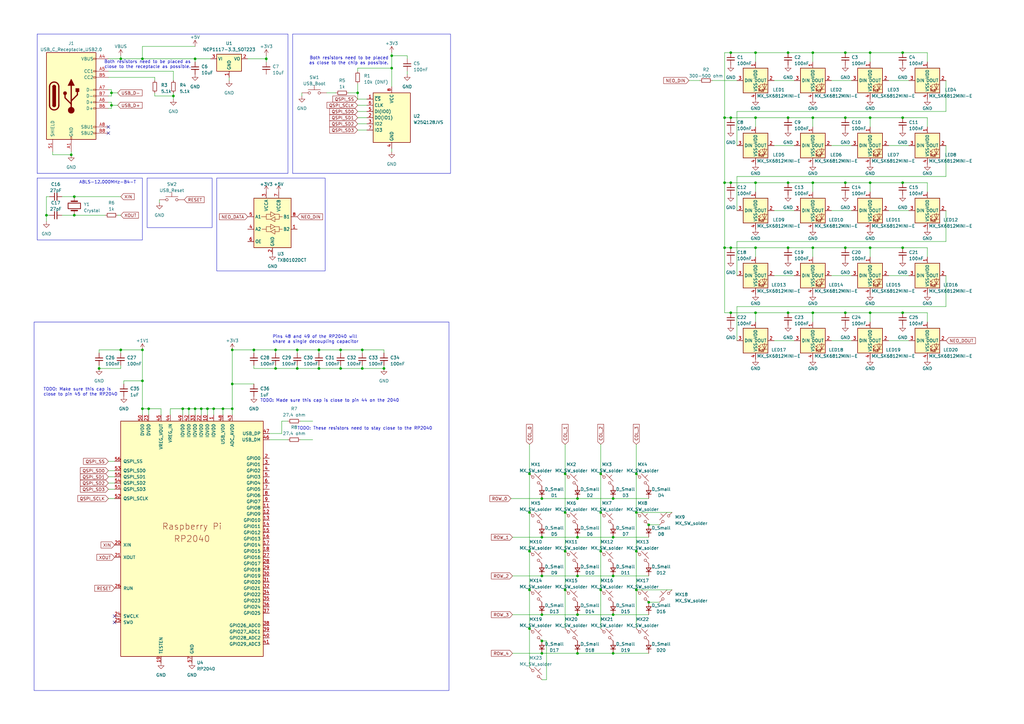
<source format=kicad_sch>
(kicad_sch (version 20230121) (generator eeschema)
  (paper "A3")
  (junction (at 251.46 267.97))
  (junction (at 217.17 194.31))
  (junction (at 370.205 101.6))
  (junction (at 217.17 226.06))
  (junction (at 58.42 156.21))
  (junction (at 309.88 21.59))
  (junction (at 297.18 48.26))
  (junction (at 74.93 167.64))
  (junction (at 49.53 143.51))
  (junction (at 299.72 48.26))
  (junction (at 217.17 241.935))
  (junction (at 45.72 43.18))
  (junction (at 113.03 151.13))
  (junction (at 160.655 27.94))
  (junction (at 236.855 220.345))
  (junction (at 71.12 39.37))
  (junction (at 104.14 143.51))
  (junction (at 260.985 241.935))
  (junction (at 309.88 101.6))
  (junction (at 323.215 128.27))
  (junction (at 236.855 236.22))
  (junction (at 370.205 48.26))
  (junction (at 95.25 143.51))
  (junction (at 231.775 241.935))
  (junction (at 246.38 241.935))
  (junction (at 95.25 167.64))
  (junction (at 130.81 151.13))
  (junction (at 130.81 143.51))
  (junction (at 370.205 21.59))
  (junction (at 146.685 38.1))
  (junction (at 251.46 236.22))
  (junction (at 148.59 151.13))
  (junction (at 370.205 74.93))
  (junction (at 333.375 128.27))
  (junction (at 30.48 88.265))
  (junction (at 231.775 226.06))
  (junction (at 370.205 128.27))
  (junction (at 251.46 204.47))
  (junction (at 323.215 74.93))
  (junction (at 82.55 167.64))
  (junction (at 222.25 252.095))
  (junction (at 222.25 267.97))
  (junction (at 299.72 101.6))
  (junction (at 333.375 74.93))
  (junction (at 113.03 143.51))
  (junction (at 222.25 236.22))
  (junction (at 346.71 101.6))
  (junction (at 80.01 167.64))
  (junction (at 309.88 74.93))
  (junction (at 49.53 24.13))
  (junction (at 323.215 48.26))
  (junction (at 309.88 128.27))
  (junction (at 356.87 101.6))
  (junction (at 346.71 21.59))
  (junction (at 95.25 157.48))
  (junction (at 222.25 220.345))
  (junction (at 299.72 21.59))
  (junction (at 236.855 204.47))
  (junction (at 260.985 194.31))
  (junction (at 309.88 48.26))
  (junction (at 58.42 143.51))
  (junction (at 236.855 267.97))
  (junction (at 60.96 167.64))
  (junction (at 260.985 210.185))
  (junction (at 231.775 210.185))
  (junction (at 356.87 21.59))
  (junction (at 45.72 38.1))
  (junction (at 246.38 194.31))
  (junction (at 222.25 204.47))
  (junction (at 109.22 24.13))
  (junction (at 121.92 151.13))
  (junction (at 19.05 88.265))
  (junction (at 346.71 128.27))
  (junction (at 148.59 143.51))
  (junction (at 30.48 80.645))
  (junction (at 157.48 151.13))
  (junction (at 121.92 143.51))
  (junction (at 333.375 101.6))
  (junction (at 85.09 167.64))
  (junction (at 40.64 151.13))
  (junction (at 139.7 151.13))
  (junction (at 251.46 220.345))
  (junction (at 356.87 48.26))
  (junction (at 333.375 21.59))
  (junction (at 58.42 167.64))
  (junction (at 160.655 22.86))
  (junction (at 29.21 63.5))
  (junction (at 266.065 247.015))
  (junction (at 297.18 101.6))
  (junction (at 346.71 48.26))
  (junction (at 356.87 74.93))
  (junction (at 260.985 226.06))
  (junction (at 80.01 24.13))
  (junction (at 299.72 128.27))
  (junction (at 299.72 74.93))
  (junction (at 217.17 257.81))
  (junction (at 77.47 167.64))
  (junction (at 323.215 21.59))
  (junction (at 236.855 252.095))
  (junction (at 231.775 194.31))
  (junction (at 246.38 226.06))
  (junction (at 346.71 74.93))
  (junction (at 87.63 167.64))
  (junction (at 323.215 101.6))
  (junction (at 251.46 252.095))
  (junction (at 222.25 262.89))
  (junction (at 217.17 210.185))
  (junction (at 58.42 24.13))
  (junction (at 246.38 210.185))
  (junction (at 356.87 128.27))
  (junction (at 91.44 167.64))
  (junction (at 297.18 74.93))
  (junction (at 266.065 215.265))
  (junction (at 139.7 143.51))
  (junction (at 333.375 48.26))
  (no_connect (at 46.99 255.27))
  (no_connect (at 44.45 52.07))
  (no_connect (at 44.45 54.61))
  (no_connect (at 46.99 252.73))
  (wire (pts (xy 309.88 74.93) (xy 309.88 78.74)))
  (wire (pts (xy 44.45 29.21) (xy 71.12 29.21)))
  (wire (pts (xy 44.45 41.91) (xy 45.72 41.91)))
  (wire (pts (xy 48.26 88.265) (xy 49.53 88.265)))
  (wire (pts (xy 364.49 86.36) (xy 372.745 86.36)))
  (wire (pts (xy 251.46 236.22) (xy 266.065 236.22)))
  (wire (pts (xy 66.04 170.18) (xy 66.04 167.64)))
  (wire (pts (xy 333.375 74.93) (xy 346.71 74.93)))
  (wire (pts (xy 380.365 101.6) (xy 380.365 105.41)))
  (wire (pts (xy 317.5 59.69) (xy 325.755 59.69)))
  (wire (pts (xy 19.05 88.265) (xy 19.05 90.805)))
  (wire (pts (xy 323.215 48.26) (xy 333.375 48.26)))
  (wire (pts (xy 323.215 74.93) (xy 333.375 74.93)))
  (wire (pts (xy 91.44 167.64) (xy 95.25 167.64)))
  (wire (pts (xy 297.18 128.27) (xy 299.72 128.27)))
  (wire (pts (xy 380.365 21.59) (xy 380.365 25.4)))
  (wire (pts (xy 260.985 241.935) (xy 275.59 241.935)))
  (wire (pts (xy 387.985 113.03) (xy 387.985 125.73)))
  (wire (pts (xy 260.985 194.31) (xy 260.985 210.185)))
  (wire (pts (xy 251.46 204.47) (xy 266.065 204.47)))
  (wire (pts (xy 44.45 193.04) (xy 46.99 193.04)))
  (wire (pts (xy 356.87 128.27) (xy 356.87 132.08)))
  (wire (pts (xy 49.53 143.51) (xy 58.42 143.51)))
  (wire (pts (xy 217.17 257.81) (xy 217.17 273.685)))
  (wire (pts (xy 299.72 21.59) (xy 309.88 21.59)))
  (wire (pts (xy 60.96 167.64) (xy 60.96 170.18)))
  (wire (pts (xy 77.47 167.64) (xy 80.01 167.64)))
  (wire (pts (xy 387.985 99.06) (xy 302.26 99.06)))
  (wire (pts (xy 45.72 43.18) (xy 45.72 44.45)))
  (wire (pts (xy 356.87 74.93) (xy 356.87 78.74)))
  (wire (pts (xy 346.71 21.59) (xy 356.87 21.59)))
  (wire (pts (xy 297.18 48.26) (xy 297.18 21.59)))
  (wire (pts (xy 95.25 143.51) (xy 95.25 157.48)))
  (wire (pts (xy 317.5 139.7) (xy 325.755 139.7)))
  (wire (pts (xy 65.405 81.915) (xy 65.405 83.185)))
  (wire (pts (xy 93.98 31.75) (xy 93.98 33.02)))
  (wire (pts (xy 58.42 24.13) (xy 80.01 24.13)))
  (wire (pts (xy 299.72 101.6) (xy 309.88 101.6)))
  (wire (pts (xy 104.14 149.86) (xy 104.14 151.13)))
  (wire (pts (xy 236.855 236.22) (xy 251.46 236.22)))
  (wire (pts (xy 236.855 252.095) (xy 251.46 252.095)))
  (wire (pts (xy 130.81 143.51) (xy 139.7 143.51)))
  (wire (pts (xy 49.53 22.86) (xy 49.53 24.13)))
  (wire (pts (xy 58.42 19.05) (xy 80.01 19.05)))
  (wire (pts (xy 146.685 53.34) (xy 150.495 53.34)))
  (wire (pts (xy 121.92 143.51) (xy 121.92 144.78)))
  (wire (pts (xy 251.46 252.095) (xy 266.065 252.095)))
  (wire (pts (xy 210.185 236.22) (xy 222.25 236.22)))
  (wire (pts (xy 139.7 143.51) (xy 139.7 144.78)))
  (wire (pts (xy 370.205 101.6) (xy 380.365 101.6)))
  (wire (pts (xy 356.87 48.26) (xy 356.87 52.07)))
  (wire (pts (xy 30.48 88.265) (xy 43.18 88.265)))
  (wire (pts (xy 49.53 24.13) (xy 58.42 24.13)))
  (wire (pts (xy 302.26 72.39) (xy 302.26 86.36)))
  (wire (pts (xy 44.45 31.75) (xy 63.5 31.75)))
  (wire (pts (xy 364.49 59.69) (xy 372.745 59.69)))
  (wire (pts (xy 297.18 74.93) (xy 297.18 101.6)))
  (wire (pts (xy 60.96 167.64) (xy 58.42 167.64)))
  (wire (pts (xy 387.985 33.02) (xy 387.985 45.72)))
  (wire (pts (xy 77.47 167.64) (xy 77.47 170.18)))
  (wire (pts (xy 246.38 226.06) (xy 246.38 241.935)))
  (wire (pts (xy 133.985 38.1) (xy 137.795 38.1)))
  (wire (pts (xy 58.42 167.64) (xy 58.42 170.18)))
  (wire (pts (xy 236.855 204.47) (xy 251.46 204.47)))
  (wire (pts (xy 40.64 149.86) (xy 40.64 151.13)))
  (wire (pts (xy 292.1 33.02) (xy 302.26 33.02)))
  (wire (pts (xy 333.375 21.59) (xy 346.71 21.59)))
  (wire (pts (xy 44.45 204.47) (xy 46.99 204.47)))
  (wire (pts (xy 66.04 167.64) (xy 60.96 167.64)))
  (wire (pts (xy 317.5 33.02) (xy 325.755 33.02)))
  (wire (pts (xy 80.01 24.13) (xy 80.01 25.4)))
  (wire (pts (xy 44.45 195.58) (xy 46.99 195.58)))
  (wire (pts (xy 317.5 113.03) (xy 325.755 113.03)))
  (wire (pts (xy 160.655 27.94) (xy 160.655 35.56)))
  (wire (pts (xy 224.155 278.765) (xy 224.155 262.89)))
  (wire (pts (xy 167.005 29.21) (xy 167.005 30.48)))
  (wire (pts (xy 95.25 167.64) (xy 95.25 170.18)))
  (wire (pts (xy 251.46 267.97) (xy 266.065 267.97)))
  (wire (pts (xy 297.18 48.26) (xy 297.18 74.93)))
  (wire (pts (xy 45.72 38.1) (xy 45.72 39.37)))
  (wire (pts (xy 58.42 156.21) (xy 58.42 143.51)))
  (wire (pts (xy 309.88 101.6) (xy 323.215 101.6)))
  (wire (pts (xy 333.375 48.26) (xy 333.375 52.07)))
  (wire (pts (xy 210.185 252.095) (xy 222.25 252.095)))
  (wire (pts (xy 49.53 151.13) (xy 40.64 151.13)))
  (wire (pts (xy 387.985 59.69) (xy 387.985 72.39)))
  (wire (pts (xy 20.32 80.645) (xy 19.05 80.645)))
  (wire (pts (xy 40.64 143.51) (xy 49.53 143.51)))
  (wire (pts (xy 45.72 43.18) (xy 48.26 43.18)))
  (wire (pts (xy 142.875 38.1) (xy 146.685 38.1)))
  (wire (pts (xy 246.38 210.185) (xy 246.38 226.06)))
  (wire (pts (xy 297.18 21.59) (xy 299.72 21.59)))
  (wire (pts (xy 80.01 167.64) (xy 80.01 170.18)))
  (wire (pts (xy 45.72 38.1) (xy 48.26 38.1)))
  (wire (pts (xy 123.19 180.34) (xy 128.27 180.34)))
  (wire (pts (xy 87.63 167.64) (xy 91.44 167.64)))
  (wire (pts (xy 231.775 194.31) (xy 231.775 210.185)))
  (wire (pts (xy 246.38 241.935) (xy 246.38 257.81)))
  (wire (pts (xy 297.18 74.93) (xy 299.72 74.93)))
  (wire (pts (xy 364.49 139.7) (xy 372.745 139.7)))
  (wire (pts (xy 323.215 128.27) (xy 333.375 128.27)))
  (wire (pts (xy 209.55 204.47) (xy 222.25 204.47)))
  (wire (pts (xy 146.685 48.26) (xy 150.495 48.26)))
  (wire (pts (xy 309.88 21.59) (xy 323.215 21.59)))
  (wire (pts (xy 146.685 50.8) (xy 150.495 50.8)))
  (wire (pts (xy 387.985 86.36) (xy 387.985 99.06)))
  (wire (pts (xy 44.45 198.12) (xy 46.99 198.12)))
  (wire (pts (xy 44.45 24.13) (xy 49.53 24.13)))
  (wire (pts (xy 130.81 143.51) (xy 130.81 144.78)))
  (wire (pts (xy 110.49 180.34) (xy 118.11 180.34)))
  (wire (pts (xy 109.22 24.13) (xy 109.22 25.4)))
  (wire (pts (xy 333.375 101.6) (xy 346.71 101.6)))
  (wire (pts (xy 323.215 21.59) (xy 333.375 21.59)))
  (wire (pts (xy 266.065 247.015) (xy 270.51 247.015)))
  (wire (pts (xy 167.005 22.86) (xy 160.655 22.86)))
  (wire (pts (xy 333.375 128.27) (xy 333.375 132.08)))
  (wire (pts (xy 148.59 151.13) (xy 157.48 151.13)))
  (wire (pts (xy 109.22 22.86) (xy 109.22 24.13)))
  (wire (pts (xy 299.72 128.27) (xy 309.88 128.27)))
  (wire (pts (xy 299.72 48.26) (xy 297.18 48.26)))
  (wire (pts (xy 231.775 241.935) (xy 231.775 257.81)))
  (wire (pts (xy 44.45 189.23) (xy 46.99 189.23)))
  (wire (pts (xy 139.7 151.13) (xy 148.59 151.13)))
  (wire (pts (xy 121.92 151.13) (xy 130.81 151.13)))
  (wire (pts (xy 63.5 31.75) (xy 63.5 33.02)))
  (wire (pts (xy 121.92 149.86) (xy 121.92 151.13)))
  (wire (pts (xy 69.85 167.64) (xy 74.93 167.64)))
  (wire (pts (xy 50.8 156.21) (xy 58.42 156.21)))
  (wire (pts (xy 82.55 167.64) (xy 82.55 170.18)))
  (wire (pts (xy 282.575 33.02) (xy 287.02 33.02)))
  (wire (pts (xy 19.05 80.645) (xy 19.05 88.265)))
  (wire (pts (xy 333.375 128.27) (xy 346.71 128.27)))
  (wire (pts (xy 157.48 143.51) (xy 157.48 144.78)))
  (wire (pts (xy 115.57 177.8) (xy 115.57 172.72)))
  (wire (pts (xy 146.685 38.1) (xy 146.685 40.64)))
  (wire (pts (xy 340.995 86.36) (xy 349.25 86.36)))
  (wire (pts (xy 95.25 157.48) (xy 104.14 157.48)))
  (wire (pts (xy 146.685 45.72) (xy 150.495 45.72)))
  (wire (pts (xy 222.25 267.97) (xy 236.855 267.97)))
  (wire (pts (xy 370.205 128.27) (xy 380.365 128.27)))
  (wire (pts (xy 297.18 101.6) (xy 297.18 128.27)))
  (wire (pts (xy 356.87 128.27) (xy 370.205 128.27)))
  (wire (pts (xy 217.17 241.935) (xy 217.17 257.81)))
  (wire (pts (xy 110.49 177.8) (xy 115.57 177.8)))
  (wire (pts (xy 299.72 74.93) (xy 309.88 74.93)))
  (wire (pts (xy 231.775 226.06) (xy 231.775 241.935)))
  (wire (pts (xy 246.38 182.245) (xy 246.38 194.31)))
  (wire (pts (xy 236.855 220.345) (xy 251.46 220.345)))
  (wire (pts (xy 364.49 33.02) (xy 372.745 33.02)))
  (wire (pts (xy 71.12 29.21) (xy 71.12 33.02)))
  (wire (pts (xy 49.53 149.86) (xy 49.53 151.13)))
  (wire (pts (xy 85.09 167.64) (xy 87.63 167.64)))
  (wire (pts (xy 148.59 143.51) (xy 157.48 143.51)))
  (wire (pts (xy 104.14 143.51) (xy 95.25 143.51)))
  (wire (pts (xy 340.995 113.03) (xy 349.25 113.03)))
  (wire (pts (xy 71.12 39.37) (xy 71.12 40.64)))
  (wire (pts (xy 222.25 252.095) (xy 236.855 252.095)))
  (wire (pts (xy 91.44 167.64) (xy 91.44 170.18)))
  (wire (pts (xy 333.375 74.93) (xy 333.375 78.74)))
  (wire (pts (xy 113.03 143.51) (xy 113.03 144.78)))
  (wire (pts (xy 246.38 194.31) (xy 246.38 210.185)))
  (wire (pts (xy 224.155 262.89) (xy 222.25 262.89)))
  (wire (pts (xy 210.185 220.345) (xy 222.25 220.345)))
  (wire (pts (xy 260.985 226.06) (xy 260.985 241.935)))
  (wire (pts (xy 139.7 149.86) (xy 139.7 151.13)))
  (wire (pts (xy 346.71 101.6) (xy 356.87 101.6)))
  (wire (pts (xy 74.93 167.64) (xy 74.93 170.18)))
  (wire (pts (xy 104.14 143.51) (xy 104.14 144.78)))
  (wire (pts (xy 260.985 182.245) (xy 260.985 194.31)))
  (wire (pts (xy 309.88 48.26) (xy 309.88 52.07)))
  (wire (pts (xy 356.87 21.59) (xy 356.87 25.4)))
  (wire (pts (xy 50.8 157.48) (xy 50.8 156.21)))
  (wire (pts (xy 44.45 200.66) (xy 46.99 200.66)))
  (wire (pts (xy 217.17 210.185) (xy 217.17 226.06)))
  (wire (pts (xy 309.88 21.59) (xy 309.88 25.4)))
  (wire (pts (xy 210.185 267.97) (xy 222.25 267.97)))
  (wire (pts (xy 146.685 40.64) (xy 150.495 40.64)))
  (wire (pts (xy 157.48 149.86) (xy 157.48 151.13)))
  (wire (pts (xy 25.4 80.645) (xy 30.48 80.645)))
  (wire (pts (xy 222.25 236.22) (xy 236.855 236.22)))
  (wire (pts (xy 44.45 36.83) (xy 45.72 36.83)))
  (wire (pts (xy 40.64 144.78) (xy 40.64 143.51)))
  (wire (pts (xy 139.7 143.51) (xy 148.59 143.51)))
  (wire (pts (xy 19.05 88.265) (xy 20.32 88.265)))
  (wire (pts (xy 21.59 62.23) (xy 21.59 63.5)))
  (wire (pts (xy 370.205 21.59) (xy 380.365 21.59)))
  (wire (pts (xy 113.03 151.13) (xy 121.92 151.13)))
  (wire (pts (xy 380.365 48.26) (xy 380.365 52.07)))
  (wire (pts (xy 63.5 38.1) (xy 63.5 39.37)))
  (wire (pts (xy 323.215 101.6) (xy 333.375 101.6)))
  (wire (pts (xy 45.72 36.83) (xy 45.72 38.1)))
  (wire (pts (xy 302.26 125.73) (xy 302.26 139.7)))
  (wire (pts (xy 356.87 74.93) (xy 370.205 74.93)))
  (wire (pts (xy 387.985 72.39) (xy 302.26 72.39)))
  (wire (pts (xy 236.855 267.97) (xy 251.46 267.97)))
  (wire (pts (xy 130.81 151.13) (xy 139.7 151.13)))
  (wire (pts (xy 58.42 167.64) (xy 58.42 156.21)))
  (wire (pts (xy 167.005 24.13) (xy 167.005 22.86)))
  (wire (pts (xy 266.065 215.265) (xy 270.51 215.265)))
  (wire (pts (xy 146.685 43.18) (xy 150.495 43.18)))
  (wire (pts (xy 260.985 210.185) (xy 260.985 226.06)))
  (wire (pts (xy 340.995 33.02) (xy 349.25 33.02)))
  (wire (pts (xy 148.59 143.51) (xy 148.59 144.78)))
  (wire (pts (xy 260.985 241.935) (xy 260.985 257.81)))
  (wire (pts (xy 387.985 45.72) (xy 302.26 45.72)))
  (wire (pts (xy 146.685 34.29) (xy 146.685 38.1)))
  (wire (pts (xy 217.17 182.245) (xy 217.17 194.31)))
  (wire (pts (xy 302.26 99.06) (xy 302.26 113.03)))
  (wire (pts (xy 222.25 278.765) (xy 224.155 278.765)))
  (wire (pts (xy 29.21 62.23) (xy 29.21 63.5)))
  (wire (pts (xy 380.365 128.27) (xy 380.365 132.08)))
  (wire (pts (xy 387.985 125.73) (xy 302.26 125.73)))
  (wire (pts (xy 146.685 27.94) (xy 160.655 27.94)))
  (wire (pts (xy 370.205 74.93) (xy 380.365 74.93)))
  (wire (pts (xy 309.88 128.27) (xy 323.215 128.27)))
  (wire (pts (xy 340.995 59.69) (xy 349.25 59.69)))
  (wire (pts (xy 80.01 167.64) (xy 82.55 167.64)))
  (wire (pts (xy 113.03 143.51) (xy 121.92 143.51)))
  (wire (pts (xy 123.825 38.1) (xy 123.825 39.37)))
  (wire (pts (xy 231.775 182.245) (xy 231.775 194.31)))
  (wire (pts (xy 317.5 86.36) (xy 325.755 86.36)))
  (wire (pts (xy 71.12 38.1) (xy 71.12 39.37)))
  (wire (pts (xy 25.4 88.265) (xy 30.48 88.265)))
  (wire (pts (xy 356.87 21.59) (xy 370.205 21.59)))
  (wire (pts (xy 309.88 74.93) (xy 323.215 74.93)))
  (wire (pts (xy 222.25 220.345) (xy 236.855 220.345)))
  (wire (pts (xy 302.26 45.72) (xy 302.26 59.69)))
  (wire (pts (xy 130.81 149.86) (xy 130.81 151.13)))
  (wire (pts (xy 309.88 101.6) (xy 309.88 105.41)))
  (wire (pts (xy 95.25 157.48) (xy 95.25 167.64)))
  (wire (pts (xy 222.25 204.47) (xy 236.855 204.47)))
  (wire (pts (xy 121.92 143.51) (xy 130.81 143.51)))
  (wire (pts (xy 30.48 80.645) (xy 49.53 80.645)))
  (wire (pts (xy 231.775 210.185) (xy 231.775 226.06)))
  (wire (pts (xy 104.14 151.13) (xy 113.03 151.13)))
  (wire (pts (xy 80.01 24.13) (xy 86.36 24.13)))
  (wire (pts (xy 297.18 101.6) (xy 299.72 101.6)))
  (wire (pts (xy 260.985 210.185) (xy 275.59 210.185)))
  (wire (pts (xy 356.87 101.6) (xy 370.205 101.6)))
  (wire (pts (xy 45.72 41.91) (xy 45.72 43.18)))
  (wire (pts (xy 113.03 149.86) (xy 113.03 151.13)))
  (wire (pts (xy 63.5 39.37) (xy 71.12 39.37)))
  (wire (pts (xy 333.375 101.6) (xy 333.375 105.41)))
  (wire (pts (xy 309.88 128.27) (xy 309.88 132.08)))
  (wire (pts (xy 356.87 101.6) (xy 356.87 105.41)))
  (wire (pts (xy 101.6 24.13) (xy 109.22 24.13)))
  (wire (pts (xy 160.655 60.96) (xy 160.655 62.23)))
  (wire (pts (xy 49.53 143.51) (xy 49.53 144.78)))
  (wire (pts (xy 380.365 74.93) (xy 380.365 78.74)))
  (wire (pts (xy 340.995 139.7) (xy 349.25 139.7)))
  (wire (pts (xy 82.55 167.64) (xy 85.09 167.64)))
  (wire (pts (xy 309.88 48.26) (xy 323.215 48.26)))
  (wire (pts (xy 217.17 194.31) (xy 217.17 210.185)))
  (wire (pts (xy 69.85 170.18) (xy 69.85 167.64)))
  (wire (pts (xy 74.93 167.64) (xy 77.47 167.64)))
  (wire (pts (xy 85.09 167.64) (xy 85.09 170.18)))
  (wire (pts (xy 309.88 48.26) (xy 299.72 48.26)))
  (wire (pts (xy 87.63 167.64) (xy 87.63 170.18)))
  (wire (pts (xy 333.375 48.26) (xy 346.71 48.26)))
  (wire (pts (xy 115.57 172.72) (xy 118.11 172.72)))
  (wire (pts (xy 346.71 74.93) (xy 356.87 74.93)))
  (wire (pts (xy 123.19 172.72) (xy 128.27 172.72)))
  (wire (pts (xy 333.375 21.59) (xy 333.375 25.4)))
  (wire (pts (xy 346.71 128.27) (xy 356.87 128.27)))
  (wire (pts (xy 44.45 39.37) (xy 45.72 39.37)))
  (wire (pts (xy 160.655 21.59) (xy 160.655 22.86)))
  (wire (pts (xy 364.49 113.03) (xy 372.745 113.03)))
  (wire (pts (xy 370.205 48.26) (xy 380.365 48.26)))
  (wire (pts (xy 251.46 220.345) (xy 266.065 220.345)))
  (wire (pts (xy 148.59 149.86) (xy 148.59 151.13)))
  (wire (pts (xy 146.685 29.21) (xy 146.685 27.94)))
  (wire (pts (xy 29.21 63.5) (xy 21.59 63.5)))
  (wire (pts (xy 44.45 44.45) (xy 45.72 44.45)))
  (wire (pts (xy 217.17 226.06) (xy 217.17 241.935)))
  (wire (pts (xy 104.14 143.51) (xy 113.03 143.51)))
  (wire (pts (xy 356.87 48.26) (xy 370.205 48.26)))
  (wire (pts (xy 346.71 48.26) (xy 356.87 48.26)))
  (wire (pts (xy 160.655 22.86) (xy 160.655 27.94)))
  (wire (pts (xy 58.42 24.13) (xy 58.42 19.05)))
  (rectangle (start 60.325 73.025) (end 86.995 93.345))
  (rectangle (start 15.24 73.025) (end 58.42 98.425))
  (rectangle (start 15.24 13.97) (end 118.11 71.12))
  (rectangle (start 120.015 13.97) (end 184.785 71.12))
  (rectangle (start 13.97 132.08) (end 184.15 283.21))
  (rectangle (start 88.9 73.025) (end 133.35 111.125))
  (text "TODO: Made sure this cap is close to pin 44 on the 2040" (at 106.68 165.1 0) (effects (font (size 1.27 1.27)) (justify left bottom)))
  (text "ABLS-12.000MHz-B4-T" (at 55.88 75.565 0) (effects (font (size 1.27 1.27)) (justify right bottom)))
  (text "Pins 48 and 49 of the RP2040 will\nshare a single decoupling capacitor" (at 111.76 140.97 0) (effects (font (size 1.27 1.27)) (justify left bottom)))
  (text "TODO: These resistors need to stay close to the RP2040" (at 121.92 176.53 0) (effects (font (size 1.27 1.27)) (justify left bottom)))
  (text "TODO: Make sure this cap is\nclose to pin 45 of the RP2040" (at 17.78 162.56 0) (effects (font (size 1.27 1.27)) (justify left bottom)))
  (text "Both resistors need to be placed\nas close to the chip as possible." (at 159.385 26.67 0) (effects (font (size 1.27 1.27)) (justify right bottom)))
  (text "Both resistors need to be placed as\nclose to the receptacle as possible." (at 78.267 28.2435 0) (effects (font (size 1.27 1.27)) (justify right bottom)))
  (global_label "ROW_1" (shape input) (at 210.185 220.345 180) (property "Intersheetrefs" "${INTERSHEET_REFS}" (effects hide)))
  (global_label "QSPI_SD1" (shape input) (at 146.685 48.26 180) (property "Intersheetrefs" "${INTERSHEET_REFS}" (effects hide)))
  (global_label "COL_3" (shape input) (at 260.985 182.245 90) (property "Intersheetrefs" "${INTERSHEET_REFS}" (effects hide)))
  (global_label "USB_D-" (shape input) (at 48.26 38.1 0) (property "Intersheetrefs" "${INTERSHEET_REFS}" (effects hide)))
  (global_label "QSPI_SCLK" (shape input) (at 44.45 204.47 180) (property "Intersheetrefs" "${INTERSHEET_REFS}" (effects hide)))
  (global_label "RESET" (shape input) (at 46.99 241.3 180) (property "Intersheetrefs" "${INTERSHEET_REFS}" (effects hide)))
  (global_label "NEO_DIN" (shape input) (at 121.92 88.9 0) (property "Intersheetrefs" "${INTERSHEET_REFS}" (effects hide)))
  (global_label "USB_D+" (shape input) (at 48.26 43.18 0) (property "Intersheetrefs" "${INTERSHEET_REFS}" (effects hide)))
  (global_label "QSPI_SCLK" (shape input) (at 146.685 43.18 180) (property "Intersheetrefs" "${INTERSHEET_REFS}" (effects hide)))
  (global_label "ROW_4" (shape input) (at 210.185 267.97 180) (property "Intersheetrefs" "${INTERSHEET_REFS}" (effects hide)))
  (global_label "ROW_3" (shape input) (at 210.185 252.095 180) (property "Intersheetrefs" "${INTERSHEET_REFS}" (effects hide)))
  (global_label "QSPI_SD0" (shape input) (at 146.685 45.72 180) (property "Intersheetrefs" "${INTERSHEET_REFS}" (effects hide)))
  (global_label "QSPI_SD2" (shape input) (at 146.685 50.8 180) (property "Intersheetrefs" "${INTERSHEET_REFS}" (effects hide)))
  (global_label "ROW_2" (shape input) (at 210.185 236.22 180) (property "Intersheetrefs" "${INTERSHEET_REFS}" (effects hide)))
  (global_label "QSPI_SS" (shape input) (at 44.45 189.23 180) (property "Intersheetrefs" "${INTERSHEET_REFS}" (effects hide)))
  (global_label "COL_1" (shape input) (at 231.775 182.245 90) (property "Intersheetrefs" "${INTERSHEET_REFS}" (effects hide)))
  (global_label "XIN" (shape input) (at 49.53 80.645 0) (property "Intersheetrefs" "${INTERSHEET_REFS}" (effects hide)))
  (global_label "COL_0" (shape input) (at 217.17 182.245 90) (property "Intersheetrefs" "${INTERSHEET_REFS}" (effects hide)))
  (global_label "XIN" (shape input) (at 46.99 223.52 180) (property "Intersheetrefs" "${INTERSHEET_REFS}" (effects hide)))
  (global_label "QSPI_SD0" (shape input) (at 44.45 193.04 180) (property "Intersheetrefs" "${INTERSHEET_REFS}" (effects hide)))
  (global_label "QSPI_SD3" (shape input) (at 146.685 53.34 180) (property "Intersheetrefs" "${INTERSHEET_REFS}" (effects hide)))
  (global_label "RESET" (shape input) (at 75.565 81.915 0) (property "Intersheetrefs" "${INTERSHEET_REFS}" (effects hide)))
  (global_label "QSPI_SD2" (shape input) (at 44.45 198.12 180) (property "Intersheetrefs" "${INTERSHEET_REFS}" (effects hide)))
  (global_label "ROW_0" (shape input) (at 209.55 204.47 180) (property "Intersheetrefs" "${INTERSHEET_REFS}" (effects hide)))
  (global_label "QSPI_SD3" (shape input) (at 44.45 200.66 180) (property "Intersheetrefs" "${INTERSHEET_REFS}" (effects hide)))
  (global_label "COL_2" (shape input) (at 246.38 182.245 90) (property "Intersheetrefs" "${INTERSHEET_REFS}" (effects hide)))
  (global_label "QSPI_SD1" (shape input) (at 44.45 195.58 180) (property "Intersheetrefs" "${INTERSHEET_REFS}" (effects hide)))
  (global_label "XOUT" (shape input) (at 46.99 228.6 180) (property "Intersheetrefs" "${INTERSHEET_REFS}" (effects hide)))
  (global_label "NEO_DIN" (shape input) (at 282.575 33.02 180) (property "Intersheetrefs" "${INTERSHEET_REFS}" (effects hide)))
  (global_label "NEO_DOUT" (shape input) (at 387.985 139.7 0) (property "Intersheetrefs" "${INTERSHEET_REFS}" (effects hide)))
  (global_label "NEO_DATA" (shape input) (at 101.6 88.9 180) (property "Intersheetrefs" "${INTERSHEET_REFS}" (effects hide)))
  (global_label "XOUT" (shape input) (at 49.53 88.265 0) (property "Intersheetrefs" "${INTERSHEET_REFS}" (effects hide)))
  (global_label "QSPI_SS" (shape input) (at 146.685 40.64 180) (property "Intersheetrefs" "${INTERSHEET_REFS}" (effects hide)))
  (symbol (lib_id "power:+3V3") (at 160.655 21.59 0) (unit 1)
    (property "Reference" "#PWR015" (effects hide))
    (property "Value" "+3V3" (at 160.655 17.78 0))
  )
  (symbol (lib_id "power:GND") (at 333.375 147.32 0) (unit 1)
    (property "Reference" "#PWR023" (effects hide))
    (property "Value" "GND" (at 333.375 151.13 0))
  )
  (symbol (lib_id "power:GND") (at 309.88 67.31 0) (unit 1)
    (property "Reference" "#PWR030" (effects hide))
    (property "Value" "GND" (at 309.88 71.12 0))
  )
  (symbol (lib_id "power:GND") (at 323.215 26.67 0) (unit 1)
    (property "Reference" "#PWR044" (effects hide))
    (property "Value" "GND" (at 323.215 31.75 0))
  )
  (symbol (lib_id "power:GND") (at 78.74 271.78 0) (unit 1)
    (property "Reference" "#PWR07" (effects hide))
    (property "Value" "GND" (at 78.74 276.86 0))
  )
  (symbol (lib_id "power:+5V") (at 114.3 78.74 0) (unit 1)
    (property "Reference" "#PWR064" (effects hide))
    (property "Value" "+5V" (at 114.3 75.565 0))
  )
  (symbol (lib_id "PCM_marbastlib-mx:MX_SK6812MINI-E") (at 380.365 139.7 0) (unit 1)
    (property "Reference" "LED20" (at 389.89 143.51 0))
    (property "Value" "MX_SK6812MINI-E" (at 389.89 146.05 0))
    (property "Footprint" "PCM_marbastlib-mx:LED_MX_6028R" (effects hide))
  )
  (symbol (lib_id "PCM_marbastlib-mx:MX_SK6812MINI-E") (at 380.365 113.03 0) (unit 1)
    (property "Reference" "LED16" (at 389.89 116.84 0))
    (property "Value" "MX_SK6812MINI-E" (at 389.89 119.38 0))
    (property "Footprint" "PCM_marbastlib-mx:LED_MX_6028R" (effects hide))
  )
  (symbol (lib_id "power:GND") (at 299.72 80.01 0) (unit 1)
    (property "Reference" "#PWR051" (effects hide))
    (property "Value" "GND" (at 299.72 85.09 0))
  )
  (symbol (lib_id "Device:R_Small") (at 71.12 35.56 0) (unit 1)
    (property "Reference" "R4" (at 73.66 34.925 0) (effects (justify left)))
    (property "Value" "5.1k" (at 73.66 37.465 0) (effects (justify left)))
    (property "Footprint" "Resistor_SMD:R_0603_1608Metric_Pad0.98x0.95mm_HandSolder" (effects hide))
  )
  (symbol (lib_id "PCM_marbastlib-mx:MX_SW_solder") (at 234.315 212.725 0) (unit 1)
    (property "Reference" "MX6" (at 234.315 206.375 0))
    (property "Value" "MX_SW_solder" (at 234.315 208.915 0))
    (property "Footprint" "PCM_marbastlib-mx:SW_MX_1u" (effects hide))
  )
  (symbol (lib_id "Device:R_Small") (at 146.685 31.75 0) (unit 1)
    (property "Reference" "R1" (at 149.225 31.115 0) (effects (justify left)))
    (property "Value" "10k (DNF)" (at 149.225 33.655 0) (effects (justify left)))
    (property "Footprint" "Resistor_SMD:R_0603_1608Metric_Pad0.98x0.95mm_HandSolder" (effects hide))
  )
  (symbol (lib_id "power:GND") (at 333.375 120.65 0) (unit 1)
    (property "Reference" "#PWR027" (effects hide))
    (property "Value" "GND" (at 333.375 124.46 0))
  )
  (symbol (lib_id "Device:D_Small") (at 222.25 217.805 90) (unit 1)
    (property "Reference" "D5" (at 227.33 219.075 90))
    (property "Value" "D_Small" (at 227.33 216.535 90))
    (property "Footprint" "Diode_SMD:D_0603_1608Metric_Pad1.05x0.95mm_HandSolder" (effects hide))
    (property "Sim.Device" "D" (effects hide))
    (property "Sim.Pins" "1=K 2=A" (effects hide))
  )
  (symbol (lib_id "power:GND") (at 309.88 40.64 0) (unit 1)
    (property "Reference" "#PWR038" (effects hide))
    (property "Value" "GND" (at 309.88 44.45 0))
  )
  (symbol (lib_id "PCM_marbastlib-mx:MX_SW_solder") (at 234.315 244.475 0) (unit 1)
    (property "Reference" "MX15" (at 234.315 238.125 0))
    (property "Value" "MX_SW_solder" (at 234.315 240.665 0))
    (property "Footprint" "PCM_marbastlib-mx:SW_MX_1u" (effects hide))
  )
  (symbol (lib_id "power:+3V3") (at 109.22 22.86 0) (unit 1)
    (property "Reference" "#PWR014" (effects hide))
    (property "Value" "+3V3" (at 109.22 19.05 0))
  )
  (symbol (lib_id "power:GND") (at 309.88 120.65 0) (unit 1)
    (property "Reference" "#PWR026" (effects hide))
    (property "Value" "GND" (at 309.88 124.46 0))
  )
  (symbol (lib_id "PCM_marbastlib-mx:MX_SW_solder") (at 263.525 244.475 0) (unit 1)
    (property "Reference" "MX17" (at 263.525 238.125 0))
    (property "Value" "MX_SW_solder" (at 263.525 240.665 0))
    (property "Footprint" "PCM_marbastlib-mx:SW_MX_1u" (effects hide))
  )
  (symbol (lib_id "Device:C_Small") (at 40.64 147.32 0) (unit 1)
    (property "Reference" "C26" (at 43.18 146.6913 0) (effects (justify left)))
    (property "Value" "100nF" (at 43.18 149.2313 0) (effects (justify left)))
    (property "Footprint" "Capacitor_SMD:C_0603_1608Metric_Pad1.08x0.95mm_HandSolder" (effects hide))
  )
  (symbol (lib_id "PCM_marbastlib-mx:MX_SW_solder") (at 248.92 212.725 0) (unit 1)
    (property "Reference" "MX7" (at 248.92 206.375 0))
    (property "Value" "MX_SW_solder" (at 248.92 208.915 0))
    (property "Footprint" "PCM_marbastlib-mx:SW_MX_1u" (effects hide))
  )
  (symbol (lib_id "Device:C_Small") (at 346.71 130.81 0) (unit 1)
    (property "Reference" "C24" (at 349.25 130.1813 0) (effects (justify left)))
    (property "Value" "100nF" (at 349.25 132.7213 0) (effects (justify left)))
    (property "Footprint" "Capacitor_SMD:C_0603_1608Metric_Pad1.08x0.95mm_HandSolder" (effects hide))
  )
  (symbol (lib_id "PCM_marbastlib-mx:MX_SW_solder") (at 263.525 212.725 0) (unit 1)
    (property "Reference" "MX8" (at 263.525 206.375 0))
    (property "Value" "MX_SW_solder" (at 263.525 208.915 0))
    (property "Footprint" "PCM_marbastlib-mx:SW_MX_1u" (effects hide))
  )
  (symbol (lib_id "Device:D_Small") (at 236.855 217.805 90) (unit 1)
    (property "Reference" "D6" (at 241.935 219.075 90))
    (property "Value" "D_Small" (at 241.935 216.535 90))
    (property "Footprint" "Diode_SMD:D_0603_1608Metric_Pad1.05x0.95mm_HandSolder" (effects hide))
    (property "Sim.Device" "D" (effects hide))
    (property "Sim.Pins" "1=K 2=A" (effects hide))
  )
  (symbol (lib_id "Device:C_Small") (at 109.22 27.94 0) (unit 1)
    (property "Reference" "C7" (at 111.76 27.3113 0) (effects (justify left)))
    (property "Value" "10uF" (at 111.76 29.8513 0) (effects (justify left)))
    (property "Footprint" "Capacitor_SMD:C_0603_1608Metric_Pad1.08x0.95mm_HandSolder" (effects hide))
  )
  (symbol (lib_id "PCM_marbastlib-mx:MX_SK6812MINI-E") (at 333.375 86.36 0) (unit 1)
    (property "Reference" "LED10" (at 342.9 90.17 0))
    (property "Value" "MX_SK6812MINI-E" (at 342.9 92.71 0))
    (property "Footprint" "PCM_marbastlib-mx:LED_MX_6028R" (effects hide))
  )
  (symbol (lib_id "Device:R_Small") (at 63.5 35.56 0) (unit 1)
    (property "Reference" "R3" (at 66.04 34.925 0) (effects (justify left)))
    (property "Value" "5.1k" (at 66.04 37.465 0) (effects (justify left)))
    (property "Footprint" "Resistor_SMD:R_0603_1608Metric_Pad0.98x0.95mm_HandSolder" (effects hide))
  )
  (symbol (lib_id "power:GND") (at 370.205 80.01 0) (unit 1)
    (property "Reference" "#PWR054" (effects hide))
    (property "Value" "GND" (at 370.205 85.09 0))
  )
  (symbol (lib_id "PCM_marbastlib-mx:MX_SK6812MINI-E") (at 356.87 113.03 0) (unit 1)
    (property "Reference" "LED15" (at 366.395 116.84 0))
    (property "Value" "MX_SK6812MINI-E" (at 366.395 119.38 0))
    (property "Footprint" "PCM_marbastlib-mx:LED_MX_6028R" (effects hide))
  )
  (symbol (lib_id "power:GND") (at 370.205 133.35 0) (unit 1)
    (property "Reference" "#PWR062" (effects hide))
    (property "Value" "GND" (at 370.205 138.43 0))
  )
  (symbol (lib_id "power:GND") (at 370.205 106.68 0) (unit 1)
    (property "Reference" "#PWR058" (effects hide))
    (property "Value" "GND" (at 370.205 111.76 0))
  )
  (symbol (lib_id "Device:D_Small") (at 266.065 217.805 90) (unit 1)
    (property "Reference" "D8" (at 271.145 219.075 90))
    (property "Value" "D_Small" (at 271.145 216.535 90))
    (property "Footprint" "Diode_SMD:D_0603_1608Metric_Pad1.05x0.95mm_HandSolder" (effects hide))
    (property "Sim.Device" "D" (effects hide))
    (property "Sim.Pins" "1=K 2=A" (effects hide))
  )
  (symbol (lib_id "Connector:USB_C_Receptacle_USB2.0") (at 29.21 39.37 0) (unit 1)
    (property "Reference" "J1" (at 29.21 17.78 0))
    (property "Value" "USB_C_Receptacle_USB2.0" (at 29.21 20.32 0))
    (property "Footprint" "Connector_USB:USB_C_Receptacle_GCT_USB4085" (effects hide))
    (property "Datasheet" "https://www.usb.org/sites/default/files/documents/usb_type-c.zip" (effects hide))
  )
  (symbol (lib_id "power:GND") (at 346.71 53.34 0) (unit 1)
    (property "Reference" "#PWR049" (effects hide))
    (property "Value" "GND" (at 346.71 58.42 0))
  )
  (symbol (lib_id "power:GND") (at 80.01 30.48 0) (unit 1)
    (property "Reference" "#PWR013" (effects hide))
    (property "Value" "GND" (at 80.01 35.56 0))
  )
  (symbol (lib_id "power:GND") (at 66.04 271.78 0) (unit 1)
    (property "Reference" "#PWR08" (effects hide))
    (property "Value" "GND" (at 66.04 276.86 0))
  )
  (symbol (lib_id "Device:C_Small") (at 370.205 50.8 0) (unit 1)
    (property "Reference" "C11" (at 372.745 50.1713 0) (effects (justify left)))
    (property "Value" "100nF" (at 372.745 52.7113 0) (effects (justify left)))
    (property "Footprint" "Capacitor_SMD:C_0603_1608Metric_Pad1.08x0.95mm_HandSolder" (effects hide))
  )
  (symbol (lib_id "Device:C_Small") (at 346.71 77.47 0) (unit 1)
    (property "Reference" "C14" (at 349.25 76.8413 0) (effects (justify left)))
    (property "Value" "100nF" (at 349.25 79.3813 0) (effects (justify left)))
    (property "Footprint" "Capacitor_SMD:C_0603_1608Metric_Pad1.08x0.95mm_HandSolder" (effects hide))
  )
  (symbol (lib_id "power:GND") (at 346.71 133.35 0) (unit 1)
    (property "Reference" "#PWR061" (effects hide))
    (property "Value" "GND" (at 346.71 138.43 0))
  )
  (symbol (lib_id "Device:D_Small") (at 236.855 265.43 90) (unit 1)
    (property "Reference" "D18" (at 241.935 266.7 90))
    (property "Value" "D_Small" (at 241.935 264.16 90))
    (property "Footprint" "Diode_SMD:D_0603_1608Metric_Pad1.05x0.95mm_HandSolder" (effects hide))
    (property "Sim.Device" "D" (effects hide))
    (property "Sim.Pins" "1=K 2=A" (effects hide))
  )
  (symbol (lib_id "Device:D_Small") (at 236.855 249.555 90) (unit 1)
    (property "Reference" "D14" (at 241.935 250.825 90))
    (property "Value" "D_Small" (at 241.935 248.285 90))
    (property "Footprint" "Diode_SMD:D_0603_1608Metric_Pad1.05x0.95mm_HandSolder" (effects hide))
    (property "Sim.Device" "D" (effects hide))
    (property "Sim.Pins" "1=K 2=A" (effects hide))
  )
  (symbol (lib_id "power:GND") (at 299.72 133.35 0) (unit 1)
    (property "Reference" "#PWR059" (effects hide))
    (property "Value" "GND" (at 299.72 138.43 0))
  )
  (symbol (lib_id "Device:D_Small") (at 222.25 233.68 90) (unit 1)
    (property "Reference" "D9" (at 227.33 234.95 90))
    (property "Value" "D_Small" (at 227.33 232.41 90))
    (property "Footprint" "Diode_SMD:D_0603_1608Metric_Pad1.05x0.95mm_HandSolder" (effects hide))
    (property "Sim.Device" "D" (effects hide))
    (property "Sim.Pins" "1=K 2=A" (effects hide))
  )
  (symbol (lib_id "power:GND") (at 160.655 62.23 0) (unit 1)
    (property "Reference" "#PWR017" (effects hide))
    (property "Value" "GND" (at 160.655 67.31 0))
  )
  (symbol (lib_id "PCM_marbastlib-mx:MX_SW_solder") (at 263.525 260.35 0) (unit 1)
    (property "Reference" "MX22" (at 263.525 254 0))
    (property "Value" "MX_SW_solder" (at 263.525 256.54 0))
    (property "Footprint" "PCM_marbastlib-mx:SW_MX_1u" (effects hide))
  )
  (symbol (lib_id "PCM_marbastlib-mx:MX_SK6812MINI-E") (at 380.365 33.02 0) (unit 1)
    (property "Reference" "LED4" (at 389.89 36.83 0))
    (property "Value" "MX_SK6812MINI-E" (at 389.89 39.37 0))
    (property "Footprint" "PCM_marbastlib-mx:LED_MX_6028R" (effects hide))
  )
  (symbol (lib_id "Device:C_Small") (at 80.01 27.94 0) (unit 1)
    (property "Reference" "C6" (at 82.55 27.3113 0) (effects (justify left)))
    (property "Value" "10uF" (at 82.55 29.8513 0) (effects (justify left)))
    (property "Footprint" "Capacitor_SMD:C_0603_1608Metric_Pad1.08x0.95mm_HandSolder" (effects hide))
  )
  (symbol (lib_id "Device:C_Small") (at 370.205 77.47 0) (unit 1)
    (property "Reference" "C15" (at 372.745 76.8413 0) (effects (justify left)))
    (property "Value" "100nF" (at 372.745 79.3813 0) (effects (justify left)))
    (property "Footprint" "Capacitor_SMD:C_0603_1608Metric_Pad1.08x0.95mm_HandSolder" (effects hide))
  )
  (symbol (lib_id "PCM_marbastlib-mx:MX_SK6812MINI-E") (at 333.375 139.7 0) (unit 1)
    (property "Reference" "LED18" (at 342.9 143.51 0))
    (property "Value" "MX_SK6812MINI-E" (at 342.9 146.05 0))
    (property "Footprint" "PCM_marbastlib-mx:LED_MX_6028R" (effects hide))
  )
  (symbol (lib_id "Device:D_Small") (at 266.065 249.555 90) (unit 1)
    (property "Reference" "D16" (at 271.145 250.825 90))
    (property "Value" "D_Small" (at 271.145 248.285 90))
    (property "Footprint" "Diode_SMD:D_0603_1608Metric_Pad1.05x0.95mm_HandSolder" (effects hide))
    (property "Sim.Device" "D" (effects hide))
    (property "Sim.Pins" "1=K 2=A" (effects hide))
  )
  (symbol (lib_id "Device:D_Small") (at 236.855 233.68 90) (unit 1)
    (property "Reference" "D10" (at 241.935 234.95 90))
    (property "Value" "D_Small" (at 241.935 232.41 90))
    (property "Footprint" "Diode_SMD:D_0603_1608Metric_Pad1.05x0.95mm_HandSolder" (effects hide))
    (property "Sim.Device" "D" (effects hide))
    (property "Sim.Pins" "1=K 2=A" (effects hide))
  )
  (symbol (lib_id "Memory_Flash:W25Q128JVS") (at 160.655 48.26 0) (unit 1)
    (property "Reference" "U2" (at 169.545 47.625 0) (effects (justify left)))
    (property "Value" "W25Q128JVS" (at 169.545 50.165 0) (effects (justify left)))
    (property "Footprint" "Package_SO:SOIC-8_5.23x5.23mm_P1.27mm" (effects hide))
    (property "Datasheet" "http://www.winbond.com/resource-files/w25q128jv_dtr%20revc%2003272018%20plus.pdf" (effects hide))
  )
  (symbol (lib_id "PCM_marbastlib-mx:MX_SW_solder") (at 248.92 228.6 0) (unit 1)
    (property "Reference" "MX12" (at 248.92 222.25 0))
    (property "Value" "MX_SW_solder" (at 248.92 224.79 0))
    (property "Footprint" "PCM_marbastlib-mx:SW_MX_1u" (effects hide))
  )
  (symbol (lib_id "Device:D_Small") (at 251.46 201.93 90) (unit 1)
    (property "Reference" "D3" (at 256.54 203.2 90))
    (property "Value" "D_Small" (at 256.54 200.66 90))
    (property "Footprint" "Diode_SMD:D_0603_1608Metric_Pad1.05x0.95mm_HandSolder" (effects hide))
    (property "Sim.Device" "D" (effects hide))
    (property "Sim.Pins" "1=K 2=A" (effects hide))
  )
  (symbol (lib_id "power:GND") (at 323.215 80.01 0) (unit 1)
    (property "Reference" "#PWR052" (effects hide))
    (property "Value" "GND" (at 323.215 85.09 0))
  )
  (symbol (lib_id "Device:C_Small") (at 323.215 77.47 0) (unit 1)
    (property "Reference" "C13" (at 325.755 76.8413 0) (effects (justify left)))
    (property "Value" "100nF" (at 325.755 79.3813 0) (effects (justify left)))
    (property "Footprint" "Capacitor_SMD:C_0603_1608Metric_Pad1.08x0.95mm_HandSolder" (effects hide))
  )
  (symbol (lib_id "power:GND") (at 299.72 53.34 0) (unit 1)
    (property "Reference" "#PWR047" (effects hide))
    (property "Value" "GND" (at 299.72 58.42 0))
  )
  (symbol (lib_id "power:GND") (at 323.215 133.35 0) (unit 1)
    (property "Reference" "#PWR060" (effects hide))
    (property "Value" "GND" (at 323.215 138.43 0))
  )
  (symbol (lib_id "power:GND") (at 157.48 151.13 0) (unit 1)
    (property "Reference" "#PWR02" (effects hide))
    (property "Value" "GND" (at 157.48 156.21 0))
  )
  (symbol (lib_id "Device:C_Small") (at 370.205 104.14 0) (unit 1)
    (property "Reference" "C21" (at 372.745 103.5113 0) (effects (justify left)))
    (property "Value" "100nF" (at 372.745 106.0513 0) (effects (justify left)))
    (property "Footprint" "Capacitor_SMD:C_0603_1608Metric_Pad1.08x0.95mm_HandSolder" (effects hide))
  )
  (symbol (lib_id "power:GND") (at 111.76 104.14 0) (unit 1)
    (property "Reference" "#PWR063" (effects hide))
    (property "Value" "GND" (at 111.76 109.22 0))
  )
  (symbol (lib_id "power:GND") (at 333.375 40.64 0) (unit 1)
    (property "Reference" "#PWR039" (effects hide))
    (property "Value" "GND" (at 333.375 44.45 0))
  )
  (symbol (lib_id "Logic_LevelTranslator:TXB0102DCT") (at 111.76 91.44 0) (unit 1)
    (property "Reference" "U3" (at 113.7159 104.14 0) (effects (justify left)))
    (property "Value" "TXB0102DCT" (at 113.7159 106.68 0) (effects (justify left)))
    (property "Footprint" "Package_SO:TSSOP-8_3x3mm_P0.65mm" (effects hide))
    (property "Datasheet" "http://www.ti.com/lit/ds/symlink/txb0102.pdf" (effects hide))
  )
  (symbol (lib_id "Device:R_Small") (at 289.56 33.02 90) (unit 1)
    (property "Reference" "R2" (at 289.56 28.575 90))
    (property "Value" "300-500 ohm" (at 289.56 31.115 90))
    (property "Footprint" "Resistor_SMD:R_0603_1608Metric_Pad0.98x0.95mm_HandSolder" (effects hide))
  )
  (symbol (lib_id "PCM_marbastlib-mx:MX_SW_solder") (at 234.315 228.6 0) (unit 1)
    (property "Reference" "MX11" (at 234.315 222.25 0))
    (property "Value" "MX_SW_solder" (at 234.315 224.79 0))
    (property "Footprint" "PCM_marbastlib-mx:SW_MX_1u" (effects hide))
  )
  (symbol (lib_id "Device:D_Small") (at 266.065 265.43 90) (unit 1)
    (property "Reference" "D20" (at 271.145 266.7 90))
    (property "Value" "D_Small" (at 271.145 264.16 90))
    (property "Footprint" "Diode_SMD:D_0603_1608Metric_Pad1.05x0.95mm_HandSolder" (effects hide))
    (property "Sim.Device" "D" (effects hide))
    (property "Sim.Pins" "1=K 2=A" (effects hide))
  )
  (symbol (lib_id "Device:D_Small") (at 251.46 265.43 90) (unit 1)
    (property "Reference" "D19" (at 256.54 266.7 90))
    (property "Value" "D_Small" (at 256.54 264.16 90))
    (property "Footprint" "Diode_SMD:D_0603_1608Metric_Pad1.05x0.95mm_HandSolder" (effects hide))
    (property "Sim.Device" "D" (effects hide))
    (property "Sim.Pins" "1=K 2=A" (effects hide))
  )
  (symbol (lib_id "power:GND") (at 380.365 67.31 0) (unit 1)
    (property "Reference" "#PWR036" (effects hide))
    (property "Value" "GND" (at 380.365 71.12 0))
  )
  (symbol (lib_id "Device:C_Small") (at 157.48 147.32 0) (unit 1)
    (property "Reference" "C34" (at 160.02 146.6913 0) (effects (justify left)))
    (property "Value" "100nF" (at 160.02 149.2313 0) (effects (justify left)))
    (property "Footprint" "Capacitor_SMD:C_0603_1608Metric_Pad1.08x0.95mm_HandSolder" (effects hide))
  )
  (symbol (lib_id "Device:C_Small") (at 299.72 130.81 0) (unit 1)
    (property "Reference" "C22" (at 302.26 130.1813 0) (effects (justify left)))
    (property "Value" "100nF" (at 302.26 132.7213 0) (effects (justify left)))
    (property "Footprint" "Capacitor_SMD:C_0603_1608Metric_Pad1.08x0.95mm_HandSolder" (effects hide))
  )
  (symbol (lib_id "Device:C_Small") (at 130.81 147.32 0) (unit 1)
    (property "Reference" "C31" (at 133.35 146.6913 0) (effects (justify left)))
    (property "Value" "100nF" (at 133.35 149.2313 0) (effects (justify left)))
    (property "Footprint" "Capacitor_SMD:C_0603_1608Metric_Pad1.08x0.95mm_HandSolder" (effects hide))
  )
  (symbol (lib_id "Device:D_Small") (at 222.25 201.93 90) (unit 1)
    (property "Reference" "D1" (at 227.33 203.2 90))
    (property "Value" "D_Small" (at 227.33 200.66 90))
    (property "Footprint" "Diode_SMD:D_0603_1608Metric_Pad1.05x0.95mm_HandSolder" (effects hide))
    (property "Sim.Device" "D" (effects hide))
    (property "Sim.Pins" "1=K 2=A" (effects hide))
  )
  (symbol (lib_id "Device:C_Small") (at 299.72 77.47 0) (unit 1)
    (property "Reference" "C12" (at 302.26 76.8413 0) (effects (justify left)))
    (property "Value" "100nF" (at 302.26 79.3813 0) (effects (justify left)))
    (property "Footprint" "Capacitor_SMD:C_0603_1608Metric_Pad1.08x0.95mm_HandSolder" (effects hide))
  )
  (symbol (lib_id "power:GND") (at 370.205 26.67 0) (unit 1)
    (property "Reference" "#PWR046" (effects hide))
    (property "Value" "GND" (at 370.205 31.75 0))
  )
  (symbol (lib_id "Device:C_Small") (at 346.71 50.8 0) (unit 1)
    (property "Reference" "C10" (at 349.25 50.1713 0) (effects (justify left)))
    (property "Value" "100nF" (at 349.25 52.7113 0) (effects (justify left)))
    (property "Footprint" "Capacitor_SMD:C_0603_1608Metric_Pad1.08x0.95mm_HandSolder" (effects hide))
  )
  (symbol (lib_id "PCM_marbastlib-mx:MX_SK6812MINI-E") (at 333.375 113.03 0) (unit 1)
    (property "Reference" "LED14" (at 342.9 116.84 0))
    (property "Value" "MX_SK6812MINI-E" (at 342.9 119.38 0))
    (property "Footprint" "PCM_marbastlib-mx:LED_MX_6028R" (effects hide))
  )
  (symbol (lib_id "Device:C_Small") (at 148.59 147.32 0) (unit 1)
    (property "Reference" "C33" (at 151.13 146.6913 0) (effects (justify left)))
    (property "Value" "100nF" (at 151.13 149.2313 0) (effects (justify left)))
    (property "Footprint" "Capacitor_SMD:C_0603_1608Metric_Pad1.08x0.95mm_HandSolder" (effects hide))
  )
  (symbol (lib_id "Device:D_Small") (at 222.25 249.555 90) (unit 1)
    (property "Reference" "D13" (at 227.33 250.825 90))
    (property "Value" "D_Small" (at 227.33 248.285 90))
    (property "Footprint" "Diode_SMD:D_0603_1608Metric_Pad1.05x0.95mm_HandSolder" (effects hide))
    (property "Sim.Device" "D" (effects hide))
    (property "Sim.Pins" "1=K 2=A" (effects hide))
  )
  (symbol (lib_id "Device:C_Small") (at 299.72 50.8 0) (unit 1)
    (property "Reference" "C8" (at 302.26 50.1713 0) (effects (justify left)))
    (property "Value" "100nF" (at 302.26 52.7113 0) (effects (justify left)))
    (property "Footprint" "Capacitor_SMD:C_0603_1608Metric_Pad1.08x0.95mm_HandSolder" (effects hide))
  )
  (symbol (lib_id "PCM_marbastlib-mx:MX_SW_solder") (at 273.05 244.475 90) (unit 1)
    (property "Reference" "MX18" (at 276.86 243.84 90) (effects (justify right)))
    (property "Value" "MX_SW_solder" (at 276.86 246.38 90) (effects (justify right)))
    (property "Footprint" "PCM_marbastlib-mx:SW_MX_1u" (effects hide))
  )
  (symbol (lib_id "PCM_marbastlib-mx:MX_SW_solder") (at 263.525 228.6 0) (unit 1)
    (property "Reference" "MX13" (at 263.525 222.25 0))
    (property "Value" "MX_SW_solder" (at 263.525 224.79 0))
    (property "Footprint" "PCM_marbastlib-mx:SW_MX_1u" (effects hide))
  )
  (symbol (lib_id "Device:C_Small") (at 370.205 130.81 0) (unit 1)
    (property "Reference" "C25" (at 372.745 130.1813 0) (effects (justify left)))
    (property "Value" "100nF" (at 372.745 132.7213 0) (effects (justify left)))
    (property "Footprint" "Capacitor_SMD:C_0603_1608Metric_Pad1.08x0.95mm_HandSolder" (effects hide))
  )
  (symbol (lib_id "Device:C_Small") (at 139.7 147.32 0) (unit 1)
    (property "Reference" "C32" (at 142.24 146.6913 0) (effects (justify left)))
    (property "Value" "100nF" (at 142.24 149.2313 0) (effects (justify left)))
    (property "Footprint" "Capacitor_SMD:C_0603_1608Metric_Pad1.08x0.95mm_HandSolder" (effects hide))
  )
  (symbol (lib_id "power:GND") (at 40.64 151.13 0) (unit 1)
    (property "Reference" "#PWR05" (effects hide))
    (property "Value" "GND" (at 40.64 156.21 0))
  )
  (symbol (lib_id "Device:C_Small") (at 323.215 104.14 0) (unit 1)
    (property "Reference" "C19" (at 325.755 103.5113 0) (effects (justify left)))
    (property "Value" "100nF" (at 325.755 106.0513 0) (effects (justify left)))
    (property "Footprint" "Capacitor_SMD:C_0603_1608Metric_Pad1.08x0.95mm_HandSolder" (effects hide))
  )
  (symbol (lib_id "power:+1V1") (at 58.42 143.51 0) (unit 1)
    (property "Reference" "#PWR06" (effects hide))
    (property "Value" "+1V1" (at 58.42 139.7 0))
  )
  (symbol (lib_id "Device:C_Small") (at 299.72 104.14 0) (unit 1)
    (property "Reference" "C18" (at 302.26 103.5113 0) (effects (justify left)))
    (property "Value" "100nF" (at 302.26 106.0513 0) (effects (justify left)))
    (property "Footprint" "Capacitor_SMD:C_0603_1608Metric_Pad1.08x0.95mm_HandSolder" (effects hide))
  )
  (symbol (lib_id "power:GND") (at 50.8 162.56 0) (unit 1)
    (property "Reference" "#PWR04" (effects hide))
    (property "Value" "GND" (at 50.8 167.64 0))
  )
  (symbol (lib_id "Device:C_Small") (at 323.215 24.13 0) (unit 1)
    (property "Reference" "C2" (at 325.755 23.5013 0) (effects (justify left)))
    (property "Value" "100nF" (at 325.755 26.0413 0) (effects (justify left)))
    (property "Footprint" "Capacitor_SMD:C_0603_1608Metric_Pad1.08x0.95mm_HandSolder" (effects hide))
  )
  (symbol (lib_id "PCM_marbastlib-mx:MX_SK6812MINI-E") (at 333.375 59.69 0) (unit 1)
    (property "Reference" "LED6" (at 342.9 63.5 0))
    (property "Value" "MX_SK6812MINI-E" (at 342.9 66.04 0))
    (property "Footprint" "PCM_marbastlib-mx:LED_MX_6028R" (effects hide))
  )
  (symbol (lib_id "PCM_marbastlib-mx:MX_SK6812MINI-E") (at 309.88 139.7 0) (unit 1)
    (property "Reference" "LED17" (at 319.405 143.51 0))
    (property "Value" "MX_SK6812MINI-E" (at 319.405 146.05 0))
    (property "Footprint" "PCM_marbastlib-mx:LED_MX_6028R" (effects hide))
  )
  (symbol (lib_id "power:GND") (at 309.88 93.98 0) (unit 1)
    (property "Reference" "#PWR031" (effects hide))
    (property "Value" "GND" (at 309.88 97.79 0))
  )
  (symbol (lib_id "PCM_marbastlib-mx:MX_SW_solder") (at 273.05 212.725 90) (unit 1)
    (property "Reference" "MX9" (at 276.86 212.09 90) (effects (justify right)))
    (property "Value" "MX_SW_solder" (at 276.86 214.63 90) (effects (justify right)))
    (property "Footprint" "PCM_marbastlib-mx:SW_MX_1u" (effects hide))
  )
  (symbol (lib_id "Device:C_Small") (at 104.14 160.02 0) (unit 1)
    (property "Reference" "C36" (at 106.68 159.3913 0) (effects (justify left)))
    (property "Value" "1uF" (at 106.68 161.9313 0) (effects (justify left)))
    (property "Footprint" "Capacitor_SMD:C_0603_1608Metric_Pad1.08x0.95mm_HandSolder" (effects hide))
  )
  (symbol (lib_id "PCM_marbastlib-mx:MX_SW_solder") (at 219.71 212.725 0) (unit 1)
    (property "Reference" "MX5" (at 219.71 206.375 0))
    (property "Value" "MX_SW_solder" (at 219.71 208.915 0))
    (property "Footprint" "PCM_marbastlib-mx:SW_MX_1u" (effects hide))
  )
  (symbol (lib_id "power:GND") (at 93.98 33.02 0) (unit 1)
    (property "Reference" "#PWR012" (effects hide))
    (property "Value" "GND" (at 93.98 38.1 0))
  )
  (symbol (lib_id "power:GND") (at 333.375 93.98 0) (unit 1)
    (property "Reference" "#PWR033" (effects hide))
    (property "Value" "GND" (at 333.375 97.79 0))
  )
  (symbol (lib_id "PCM_marbastlib-mx:MX_SW_solder") (at 248.92 196.85 0) (unit 1)
    (property "Reference" "MX3" (at 248.92 190.5 0))
    (property "Value" "MX_SW_solder" (at 248.92 193.04 0))
    (property "Footprint" "PCM_marbastlib-mx:SW_MX_1u" (effects hide))
  )
  (symbol (lib_id "power:GND") (at 323.215 53.34 0) (unit 1)
    (property "Reference" "#PWR048" (effects hide))
    (property "Value" "GND" (at 323.215 58.42 0))
  )
  (symbol (lib_id "Device:C_Small") (at 323.215 130.81 0) (unit 1)
    (property "Reference" "C23" (at 325.755 130.1813 0) (effects (justify left)))
    (property "Value" "100nF" (at 325.755 132.7213 0) (effects (justify left)))
    (property "Footprint" "Capacitor_SMD:C_0603_1608Metric_Pad1.08x0.95mm_HandSolder" (effects hide))
  )
  (symbol (lib_id "PCM_marbastlib-mx:MX_SW_solder") (at 234.315 196.85 0) (unit 1)
    (property "Reference" "MX2" (at 234.315 190.5 0))
    (property "Value" "MX_SW_solder" (at 234.315 193.04 0))
    (property "Footprint" "PCM_marbastlib-mx:SW_MX_1u" (effects hide))
  )
  (symbol (lib_id "Device:C_Small") (at 22.86 80.645 90) (unit 1)
    (property "Reference" "C16" (at 22.8663 75.565 90))
    (property "Value" "27pF" (at 22.8663 78.105 90))
    (property "Footprint" "Capacitor_SMD:C_0603_1608Metric_Pad1.08x0.95mm_HandSolder" (effects hide))
  )
  (symbol (lib_id "power:GND") (at 299.72 106.68 0) (unit 1)
    (property "Reference" "#PWR055" (effects hide))
    (property "Value" "GND" (at 299.72 111.76 0))
  )
  (symbol (lib_id "Device:R_Small") (at 45.72 88.265 90) (unit 1)
    (property "Reference" "R6" (at 45.72 83.185 90))
    (property "Value" "1k" (at 45.72 85.725 90))
    (property "Footprint" "Resistor_SMD:R_0603_1608Metric_Pad0.98x0.95mm_HandSolder" (effects hide))
  )
  (symbol (lib_id "Device:C_Small") (at 299.72 24.13 0) (unit 1)
    (property "Reference" "C1" (at 302.26 23.5013 0) (effects (justify left)))
    (property "Value" "100nF" (at 302.26 26.0413 0) (effects (justify left)))
    (property "Footprint" "Capacitor_SMD:C_0603_1608Metric_Pad1.08x0.95mm_HandSolder" (effects hide))
  )
  (symbol (lib_id "Device:D_Small") (at 251.46 249.555 90) (unit 1)
    (property "Reference" "D15" (at 256.54 250.825 90))
    (property "Value" "D_Small" (at 256.54 248.285 90))
    (property "Footprint" "Diode_SMD:D_0603_1608Metric_Pad1.05x0.95mm_HandSolder" (effects hide))
    (property "Sim.Device" "D" (effects hide))
    (property "Sim.Pins" "1=K 2=A" (effects hide))
  )
  (symbol (lib_id "power:GND") (at 380.365 40.64 0) (unit 1)
    (property "Reference" "#PWR041" (effects hide))
    (property "Value" "GND" (at 380.365 44.45 0))
  )
  (symbol (lib_id "power:GND") (at 333.375 67.31 0) (unit 1)
    (property "Reference" "#PWR032" (effects hide))
    (property "Value" "GND" (at 333.375 71.12 0))
  )
  (symbol (lib_id "Switch:SW_Push") (at 70.485 81.915 0) (unit 1)
    (property "Reference" "SW2" (at 70.485 75.565 0))
    (property "Value" "USB_Reset" (at 70.485 78.105 0))
    (property "Footprint" "Button_Switch_SMD:SW_Push_1P1T_NO_CK_KSC7xxJ" (effects hide))
  )
  (symbol (lib_id "PCM_marbastlib-mx:MX_SK6812MINI-E") (at 333.375 33.02 0) (unit 1)
    (property "Reference" "LED2" (at 342.9 36.83 0))
    (property "Value" "MX_SK6812MINI-E" (at 342.9 39.37 0))
    (property "Footprint" "PCM_marbastlib-mx:LED_MX_6028R" (effects hide))
  )
  (symbol (lib_id "Regulator_Linear:NCP1117-3.3_SOT223") (at 93.98 24.13 0) (unit 1)
    (property "Reference" "U1" (at 93.98 17.78 0))
    (property "Value" "NCP1117-3.3_SOT223" (at 93.98 20.32 0))
    (property "Footprint" "Package_TO_SOT_SMD:TO-252-2" (effects hide))
    (property "Datasheet" "http://www.onsemi.com/pub_link/Collateral/NCP1117-D.PDF" (effects hide))
  )
  (symbol (lib_id "power:GND") (at 370.205 53.34 0) (unit 1)
    (property "Reference" "#PWR050" (effects hide))
    (property "Value" "GND" (at 370.205 58.42 0))
  )
  (symbol (lib_id "Device:D_Small") (at 251.46 217.805 90) (unit 1)
    (property "Reference" "D7" (at 256.54 219.075 90))
    (property "Value" "D_Small" (at 256.54 216.535 90))
    (property "Footprint" "Diode_SMD:D_0603_1608Metric_Pad1.05x0.95mm_HandSolder" (effects hide))
    (property "Sim.Device" "D" (effects hide))
    (property "Sim.Pins" "1=K 2=A" (effects hide))
  )
  (symbol (lib_id "power:GND") (at 123.825 39.37 0) (unit 1)
    (property "Reference" "#PWR018" (effects hide))
    (property "Value" "GND" (at 123.825 44.45 0))
  )
  (symbol (lib_id "power:GND") (at 346.71 106.68 0) (unit 1)
    (property "Reference" "#PWR057" (effects hide))
    (property "Value" "GND" (at 346.71 111.76 0))
  )
  (symbol (lib_id "PCM_marbastlib-mx:MX_SW_solder") (at 219.71 260.35 0) (unit 1)
    (property "Reference" "MX19" (at 219.71 254 0))
    (property "Value" "MX_SW_solder" (at 219.71 256.54 0))
    (property "Footprint" "PCM_marbastlib-mx:SW_MX_1u" (effects hide))
  )
  (symbol (lib_id "Device:D_Small") (at 266.065 233.68 90) (unit 1)
    (property "Reference" "D12" (at 271.145 234.95 90))
    (property "Value" "D_Small" (at 271.145 232.41 90))
    (property "Footprint" "Diode_SMD:D_0603_1608Metric_Pad1.05x0.95mm_HandSolder" (effects hide))
    (property "Sim.Device" "D" (effects hide))
    (property "Sim.Pins" "1=K 2=A" (effects hide))
  )
  (symbol (lib_id "Device:C_Small") (at 104.14 147.32 0) (unit 1)
    (property "Reference" "C28" (at 106.68 146.6913 0) (effects (justify left)))
    (property "Value" "100nF" (at 106.68 149.2313 0) (effects (justify left)))
    (property "Footprint" "Capacitor_SMD:C_0603_1608Metric_Pad1.08x0.95mm_HandSolder" (effects hide))
  )
  (symbol (lib_id "power:GND") (at 356.87 40.64 0) (unit 1)
    (property "Reference" "#PWR040" (effects hide))
    (property "Value" "GND" (at 356.87 44.45 0))
  )
  (symbol (lib_id "PCM_marbastlib-mx:MX_SK6812MINI-E") (at 356.87 59.69 0) (unit 1)
    (property "Reference" "LED7" (at 366.395 63.5 0))
    (property "Value" "MX_SK6812MINI-E" (at 366.395 66.04 0))
    (property "Footprint" "PCM_marbastlib-mx:LED_MX_6028R" (effects hide))
  )
  (symbol (lib_id "PCM_marbastlib-mx:MX_SK6812MINI-E") (at 380.365 86.36 0) (unit 1)
    (property "Reference" "LED12" (at 389.89 90.17 0))
    (property "Value" "MX_SK6812MINI-E" (at 389.89 92.71 0))
    (property "Footprint" "PCM_marbastlib-mx:LED_MX_6028R" (effects hide))
  )
  (symbol (lib_id "PCM_marbastlib-mx:MX_SW_solder") (at 219.71 228.6 0) (unit 1)
    (property "Reference" "MX10" (at 219.71 222.25 0))
    (property "Value" "MX_SW_solder" (at 219.71 224.79 0))
    (property "Footprint" "PCM_marbastlib-mx:SW_MX_1u" (effects hide))
  )
  (symbol (lib_id "PCM_marbastlib-mx:MX_SW_solder") (at 248.92 260.35 0) (unit 1)
    (property "Reference" "MX21" (at 248.92 254 0))
    (property "Value" "MX_SW_solder" (at 248.92 256.54 0))
    (property "Footprint" "PCM_marbastlib-mx:SW_MX_1u" (effects hide))
  )
  (symbol (lib_id "power:GND") (at 167.005 30.48 0) (unit 1)
    (property "Reference" "#PWR016" (effects hide))
    (property "Value" "GND" (at 167.005 35.56 0))
  )
  (symbol (lib_id "PCM_marbastlib-mx:MX_SK6812MINI-E") (at 356.87 86.36 0) (unit 1)
    (property "Reference" "LED11" (at 366.395 90.17 0))
    (property "Value" "MX_SK6812MINI-E" (at 366.395 92.71 0))
    (property "Footprint" "PCM_marbastlib-mx:LED_MX_6028R" (effects hide))
  )
  (symbol (lib_id "Device:R_Small") (at 120.65 180.34 90) (unit 1)
    (property "Reference" "R8" (at 120.65 175.26 90))
    (property "Value" "27.4 ohm" (at 120.65 177.8 90))
    (property "Footprint" "Resistor_SMD:R_0603_1608Metric_Pad0.98x0.95mm_HandSolder" (effects hide))
  )
  (symbol (lib_id "Device:D_Small") (at 236.855 201.93 90) (unit 1)
    (property "Reference" "D2" (at 241.935 203.2 90))
    (property "Value" "D_Small" (at 241.935 200.66 90))
    (property "Footprint" "Diode_SMD:D_0603_1608Metric_Pad1.05x0.95mm_HandSolder" (effects hide))
    (property "Sim.Device" "D" (effects hide))
    (property "Sim.Pins" "1=K 2=A" (effects hide))
  )
  (symbol (lib_id "power:+3V3") (at 95.25 143.51 0) (unit 1)
    (property "Reference" "#PWR03" (effects hide))
    (property "Value" "+3V3" (at 95.25 139.7 0))
  )
  (symbol (lib_id "PCM_marbastlib-mx:MX_SW_solder") (at 219.71 196.85 0) (unit 1)
    (property "Reference" "MX1" (at 219.71 190.5 0))
    (property "Value" "MX_SW_solder" (at 219.71 193.04 0))
    (property "Footprint" "PCM_marbastlib-mx:SW_MX_1u" (effects hide))
  )
  (symbol (lib_id "power:GND") (at 356.87 147.32 0) (unit 1)
    (property "Reference" "#PWR024" (effects hide))
    (property "Value" "GND" (at 356.87 151.13 0))
  )
  (symbol (lib_id "Device:C_Small") (at 121.92 147.32 0) (unit 1)
    (property "Reference" "C30" (at 124.46 146.6913 0) (effects (justify left)))
    (property "Value" "100nF" (at 124.46 149.2313 0) (effects (justify left)))
    (property "Footprint" "Capacitor_SMD:C_0603_1608Metric_Pad1.08x0.95mm_HandSolder" (effects hide))
  )
  (symbol (lib_id "power:GND") (at 299.72 26.67 0) (unit 1)
    (property "Reference" "#PWR043" (effects hide))
    (property "Value" "GND" (at 299.72 31.75 0))
  )
  (symbol (lib_id "Device:C_Small") (at 346.71 104.14 0) (unit 1)
    (property "Reference" "C20" (at 349.25 103.5113 0) (effects (justify left)))
    (property "Value" "100nF" (at 349.25 106.0513 0) (effects (justify left)))
    (property "Footprint" "Capacitor_SMD:C_0603_1608Metric_Pad1.08x0.95mm_HandSolder" (effects hide))
  )
  (symbol (lib_id "Device:C_Small") (at 49.53 147.32 0) (unit 1)
    (property "Reference" "C27" (at 52.07 146.6913 0) (effects (justify left)))
    (property "Value" "100nF" (at 52.07 149.2313 0) (effects (justify left)))
    (property "Footprint" "Capacitor_SMD:C_0603_1608Metric_Pad1.08x0.95mm_HandSolder" (effects hide))
  )
  (symbol (lib_id "power:GND") (at 356.87 120.65 0) (unit 1)
    (property "Reference" "#PWR028" (effects hide))
    (property "Value" "GND" (at 356.87 124.46 0))
  )
  (symbol (lib_id "Device:R_Small") (at 140.335 38.1 90) (unit 1)
    (property "Reference" "R5" (at 140.335 33.02 90))
    (property "Value" "1k" (at 140.335 35.56 90))
    (property "Footprint" "Resistor_SMD:R_0603_1608Metric_Pad0.98x0.95mm_HandSolder" (effects hide))
  )
  (symbol (lib_id "power:GND") (at 356.87 93.98 0) (unit 1)
    (property "Reference" "#PWR035" (effects hide))
    (property "Value" "GND" (at 356.87 97.79 0))
  )
  (symbol (lib_id "PCM_marbastlib-mx:MX_SW_solder") (at 219.71 244.475 0) (unit 1)
    (property "Reference" "MX14" (at 219.71 238.125 0))
    (property "Value" "MX_SW_solder" (at 219.71 240.665 0))
    (property "Footprint" "PCM_marbastlib-mx:SW_MX_1u" (effects hide))
  )
  (symbol (lib_id "PCM_marbastlib-mx:MX_SK6812MINI-E") (at 380.365 59.69 0) (unit 1)
    (property "Reference" "LED8" (at 389.89 63.5 0))
    (property "Value" "MX_SK6812MINI-E" (at 389.89 66.04 0))
    (property "Footprint" "PCM_marbastlib-mx:LED_MX_6028R" (effects hide))
  )
  (symbol (lib_id "Device:C_Small") (at 346.71 24.13 0) (unit 1)
    (property "Reference" "C3" (at 349.25 23.5013 0) (effects (justify left)))
    (property "Value" "100nF" (at 349.25 26.0413 0) (effects (justify left)))
    (property "Footprint" "Capacitor_SMD:C_0603_1608Metric_Pad1.08x0.95mm_HandSolder" (effects hide))
  )
  (symbol (lib_id "Device:C_Small") (at 113.03 147.32 0) (unit 1)
    (property "Reference" "C29" (at 115.57 146.6913 0) (effects (justify left)))
    (property "Value" "100nF" (at 115.57 149.2313 0) (effects (justify left)))
    (property "Footprint" "Capacitor_SMD:C_0603_1608Metric_Pad1.08x0.95mm_HandSolder" (effects hide))
  )
  (symbol (lib_id "Device:D_Small") (at 222.25 265.43 90) (unit 1)
    (property "Reference" "D17" (at 227.33 266.7 90))
    (property "Value" "D_Small" (at 227.33 264.16 90))
    (property "Footprint" "Diode_SMD:D_0603_1608Metric_Pad1.05x0.95mm_HandSolder" (effects hide))
    (property "Sim.Device" "D" (effects hide))
    (property "Sim.Pins" "1=K 2=A" (effects hide))
  )
  (symbol (lib_id "MCU_RaspberryPi_and_Boards:RP2040") (at 78.74 220.98 0) (unit 1)
    (property "Reference" "U4" (at 80.6959 271.78 0) (effects (justify left)))
    (property "Value" "RP2040" (at 80.6959 274.32 0) (effects (justify left)))
    (property "Footprint" "MCU_RaspberryPi_and_Boards:RP2040-QFN-56" (effects hide))
  )
  (symbol (lib_id "PCM_marbastlib-mx:MX_SK6812MINI-E") (at 309.88 59.69 0) (unit 1)
    (property "Reference" "LED5" (at 319.405 63.5 0))
    (property "Value" "MX_SK6812MINI-E" (at 319.405 66.04 0))
    (property "Footprint" "PCM_marbastlib-mx:LED_MX_6028R" (effects hide))
  )
  (symbol (lib_id "PCM_marbastlib-mx:MX_SK6812MINI-E") (at 309.88 86.36 0) (unit 1)
    (property "Reference" "LED9" (at 319.405 90.17 0))
    (property "Value" "MX_SK6812MINI-E" (at 319.405 92.71 0))
    (property "Footprint" "PCM_marbastlib-mx:LED_MX_6028R" (effects hide))
  )
  (symbol (lib_id "power:GND") (at 356.87 67.31 0) (unit 1)
    (property "Reference" "#PWR034" (effects hide))
    (property "Value" "GND" (at 356.87 71.12 0))
  )
  (symbol (lib_id "power:GND") (at 323.215 106.68 0) (unit 1)
    (property "Reference" "#PWR056" (effects hide))
    (property "Value" "GND" (at 323.215 111.76 0))
  )
  (symbol (lib_id "power:GND") (at 346.71 80.01 0) (unit 1)
    (property "Reference" "#PWR053" (effects hide))
    (property "Value" "GND" (at 346.71 85.09 0))
  )
  (symbol (lib_id "power:GND") (at 380.365 147.32 0) (unit 1)
    (property "Reference" "#PWR025" (effects hide))
    (property "Value" "GND" (at 380.365 151.13 0))
  )
  (symbol (lib_id "power:+3V3") (at 109.22 78.74 0) (unit 1)
    (property "Reference" "#PWR065" (effects hide))
    (property "Value" "+3V3" (at 109.22 75.565 0))
  )
  (symbol (lib_id "power:GND") (at 65.405 83.185 0) (unit 1)
    (property "Reference" "#PWR020" (effects hide))
    (property "Value" "GND" (at 65.405 88.265 0))
  )
  (symbol (lib_id "PCM_marbastlib-mx:MX_SW_solder") (at 248.92 244.475 0) (unit 1)
    (property "Reference" "MX16" (at 248.92 238.125 0))
    (property "Value" "MX_SW_solder" (at 248.92 240.665 0))
    (property "Footprint" "PCM_marbastlib-mx:SW_MX_1u" (effects hide))
  )
  (symbol (lib_id "power:GND") (at 309.88 147.32 0) (unit 1)
    (property "Reference" "#PWR022" (effects hide))
    (property "Value" "GND" (at 309.88 151.13 0))
  )
  (symbol (lib_id "PCM_marbastlib-mx:MX_SK6812MINI-E") (at 356.87 33.02 0) (unit 1)
    (property "Reference" "LED3" (at 366.395 36.83 0))
    (property "Value" "MX_SK6812MINI-E" (at 366.395 39.37 0))
    (property "Footprint" "PCM_marbastlib-mx:LED_MX_6028R" (effects hide))
  )
  (symbol (lib_id "power:GND") (at 71.12 40.64 0) (unit 1)
    (property "Reference" "#PWR09" (effects hide))
    (property "Value" "GND" (at 71.12 45.72 0))
  )
  (symbol (lib_id "PCM_marbastlib-mx:MX_SW_solder") (at 263.525 196.85 0) (unit 1)
    (property "Reference" "MX4" (at 263.525 190.5 0))
    (property "Value" "MX_SW_solder" (at 263.525 193.04 0))
    (property "Footprint" "PCM_marbastlib-mx:SW_MX_1u" (effects hide))
  )
  (symbol (lib_id "PCM_marbastlib-mx:MX_SK6812MINI-E") (at 356.87 139.7 0) (unit 1)
    (property "Reference" "LED19" (at 366.395 143.51 0))
    (property "Value" "MX_SK6812MINI-E" (at 366.395 146.05 0))
    (property "Footprint" "PCM_marbastlib-mx:LED_MX_6028R" (effects hide))
  )
  (symbol (lib_id "Device:D_Small") (at 251.46 233.68 90) (unit 1)
    (property "Reference" "D11" (at 256.54 234.95 90))
    (property "Value" "D_Small" (at 256.54 232.41 90))
    (property "Footprint" "Diode_SMD:D_0603_1608Metric_Pad1.05x0.95mm_HandSolder" (effects hide))
    (property "Sim.Device" "D" (effects hide))
    (property "Sim.Pins" "1=K 2=A" (effects hide))
  )
  (symbol (lib_id "Device:C_Small") (at 22.86 88.265 90) (unit 1)
    (property "Reference" "C17" (at 22.8663 83.185 90))
    (property "Value" "27pF" (at 22.8663 85.725 90))
    (property "Footprint" "Capacitor_SMD:C_0603_1608Metric_Pad1.08x0.95mm_HandSolder" (effects hide))
  )
  (symbol (lib_id "power:GND") (at 380.365 93.98 0) (unit 1)
    (property "Reference" "#PWR037" (effects hide))
    (property "Value" "GND" (at 380.365 97.79 0))
  )
  (symbol (lib_id "Device:Crystal") (at 30.48 84.455 90) (unit 1)
    (property "Reference" "Y1" (at 34.29 83.82 90) (effects (justify right)))
    (property "Value" "Crystal" (at 34.29 86.36 90) (effects (justify right)))
    (property "Footprint" "Crystal:Crystal_HC49-U_Vertical" (effects hide))
  )
  (symbol (lib_id "Device:C_Small") (at 370.205 24.13 0) (unit 1)
    (property "Reference" "C4" (at 372.745 23.5013 0) (effects (justify left)))
    (property "Value" "100nF" (at 372.745 26.0413 0) (effects (justify left)))
    (property "Footprint" "Capacitor_SMD:C_0603_1608Metric_Pad1.08x0.95mm_HandSolder" (effects hide))
  )
  (symbol (lib_id "Switch:SW_Push") (at 128.905 38.1 0) (unit 1)
    (property "Reference" "SW1" (at 128.905 31.75 0))
    (property "Value" "USB_Boot" (at 128.905 34.29 0))
    (property "Footprint" "Button_Switch_SMD:SW_Push_1P1T_NO_CK_KSC7xxJ" (effects hide))
  )
  (symbol (lib_id "power:+5V") (at 80.01 19.05 0) (unit 1)
    (property "Reference" "#PWR021" (effects hide))
    (property "Value" "+5V" (at 80.01 15.24 0))
  )
  (symbol (lib_id "Device:R_Small") (at 120.65 172.72 90) (unit 1)
    (property "Reference" "R7" (at 120.65 167.64 90))
    (property "Value" "27.4 ohm" (at 120.65 170.18 90))
    (property "Footprint" "Resistor_SMD:R_0603_1608Metric_Pad0.98x0.95mm_HandSolder" (effects hide))
  )
  (symbol (lib_id "power:GND") (at 19.05 90.805 0) (unit 1)
    (property "Reference" "#PWR019" (effects hide))
    (property "Value" "GND" (at 19.05 95.885 0))
  )
  (symbol (lib_id "Device:C_Small") (at 323.215 50.8 0) (unit 1)
    (property "Reference" "C9" (at 325.755 50.1713 0) (effects (justify left)))
    (property "Value" "100nF" (at 325.755 52.7113 0) (effects (justify left)))
    (property "Footprint" "Capacitor_SMD:C_0603_1608Metric_Pad1.08x0.95mm_HandSolder" (effects hide))
  )
  (symbol (lib_id "power:GND") (at 346.71 26.67 0) (unit 1)
    (property "Reference" "#PWR045" (effects hide))
    (property "Value" "GND" (at 346.71 31.75 0))
  )
  (symbol (lib_id "PCM_marbastlib-mx:MX_SW_solder") (at 234.315 260.35 0) (unit 1)
    (property "Reference" "MX20" (at 234.315 254 0))
    (property "Value" "MX_SW_solder" (at 234.315 256.54 0))
    (property "Footprint" "PCM_marbastlib-mx:SW_MX_1u" (effects hide))
  )
  (symbol (lib_id "Device:C_Small") (at 167.005 26.67 0) (unit 1)
    (property "Reference" "C5" (at 169.545 26.0413 0) (effects (justify left)))
    (property "Value" "100nF" (at 169.545 28.5813 0) (effects (justify left)))
    (property "Footprint" "Capacitor_SMD:C_0603_1608Metric_Pad1.08x0.95mm_HandSolder" (effects hide))
  )
  (symbol (lib_id "power:VBUS") (at 49.53 22.86 0) (unit 1)
    (property "Reference" "#PWR011" (effects hide))
    (property "Value" "VBUS" (at 49.53 19.05 0))
  )
  (symbol (lib_id "PCM_marbastlib-mx:MX_SK6812MINI-E") (at 309.88 113.03 0) (unit 1)
    (property "Reference" "LED13" (at 319.405 116.84 0))
    (property "Value" "MX_SK6812MINI-E" (at 319.405 119.38 0))
    (property "Footprint" "PCM_marbastlib-mx:LED_MX_6028R" (effects hide))
  )
  (symbol (lib_id "power:GND") (at 380.365 120.65 0) (unit 1)
    (property "Reference" "#PWR029" (effects hide))
    (property "Value" "GND" (at 380.365 124.46 0))
  )
  (symbol (lib_id "Device:C_Small") (at 50.8 160.02 0) (unit 1)
    (property "Reference" "C35" (at 53.34 159.3913 0) (effects (justify left)))
    (property "Value" "1uF" (at 53.34 161.9313 0) (effects (justify left)))
    (property "Footprint" "Capacitor_SMD:C_0603_1608Metric_Pad1.08x0.95mm_HandSolder" (effects hide))
  )
  (symbol (lib_id "Device:D_Small") (at 266.065 201.93 90) (unit 1)
    (property "Reference" "D4" (at 271.145 203.2 90))
    (property "Value" "D_Small" (at 271.145 200.66 90))
    (property "Footprint" "Diode_SMD:D_0603_1608Metric_Pad1.05x0.95mm_HandSolder" (effects hide))
    (property "Sim.Device" "D" (effects hide))
    (property "Sim.Pins" "1=K 2=A" (effects hide))
  )
  (symbol (lib_id "power:GND") (at 29.21 63.5 0) (unit 1)
    (property "Reference" "#PWR010" (effects hide))
    (property "Value" "GND" (at 29.21 68.58 0))
  )
  (symbol (lib_id "PCM_marbastlib-mx:MX_SK6812MINI-E") (at 309.88 33.02 0) (unit 1)
    (property "Reference" "LED1" (at 319.405 36.83 0))
    (property "Value" "MX_SK6812MINI-E" (at 319.405 39.37 0))
    (property "Footprint" "PCM_marbastlib-mx:LED_MX_6028R" (effects hide))
  )
  (symbol (lib_id "power:GND") (at 104.14 162.56 0) (unit 1)
    (property "Reference" "#PWR01" (effects hide))
    (property "Value" "GND" (at 104.14 167.64 0))
  )
  (symbol (lib_id "PCM_marbastlib-mx:MX_SW_solder") (at 219.71 276.225 0) (unit 1)
    (property "Reference" "MX23" (at 219.71 269.875 0))
    (property "Value" "MX_SW_solder" (at 219.71 272.415 0))
    (property "Footprint" "PCM_marbastlib-mx:SW_MX_1u" (effects hide))
  )
)
</source>
